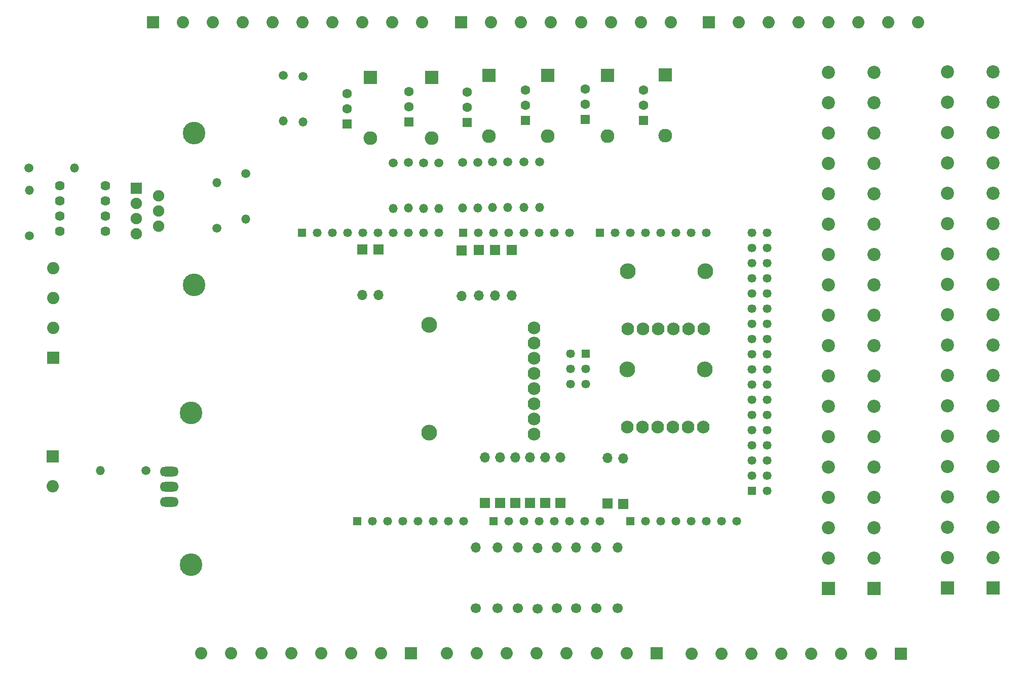
<source format=gbr>
%TF.GenerationSoftware,KiCad,Pcbnew,(5.1.6)-1*%
%TF.CreationDate,2021-02-16T12:14:24-05:00*%
%TF.ProjectId,F100_B200_Test_Bop_V2,46313030-5f42-4323-9030-5f546573745f,rev?*%
%TF.SameCoordinates,Original*%
%TF.FileFunction,Soldermask,Top*%
%TF.FilePolarity,Negative*%
%FSLAX46Y46*%
G04 Gerber Fmt 4.6, Leading zero omitted, Abs format (unit mm)*
G04 Created by KiCad (PCBNEW (5.1.6)-1) date 2021-02-16 12:14:24*
%MOMM*%
%LPD*%
G01*
G04 APERTURE LIST*
%ADD10C,3.786000*%
%ADD11C,1.500000*%
%ADD12O,1.500000X1.500000*%
%ADD13O,1.700000X1.700000*%
%ADD14R,1.700000X1.700000*%
%ADD15O,2.300000X2.300000*%
%ADD16R,2.300000X2.300000*%
%ADD17C,1.600000*%
%ADD18R,1.600000X1.600000*%
%ADD19R,2.050000X2.050000*%
%ADD20C,2.050000*%
%ADD21R,1.470000X1.470000*%
%ADD22C,1.470000*%
%ADD23R,2.200000X2.200000*%
%ADD24C,2.200000*%
%ADD25C,1.700000*%
%ADD26C,2.132000*%
%ADD27C,2.640000*%
%ADD28R,1.900000X1.900000*%
%ADD29O,1.900000X1.900000*%
%ADD30O,3.148000X1.624000*%
%ADD31C,1.624000*%
G04 APERTURE END LIST*
D10*
%TO.C,HS1*%
X85700000Y-98425000D03*
X85700000Y-73025000D03*
%TD*%
D11*
%TO.C,R23*%
X122025000Y-31125000D03*
D12*
X122025000Y-38745000D03*
%TD*%
D11*
%TO.C,R24*%
X101050000Y-16525000D03*
D12*
X101050000Y-24145000D03*
%TD*%
%TO.C,R25*%
X104400000Y-24270000D03*
D11*
X104400000Y-16650000D03*
%TD*%
D13*
%TO.C,D20*%
X117025000Y-53270000D03*
D14*
X117025000Y-45650000D03*
%TD*%
D15*
%TO.C,D17*%
X115675000Y-27035000D03*
D16*
X115675000Y-16875000D03*
%TD*%
D17*
%TO.C,Q7*%
X122050000Y-21760000D03*
X122050000Y-19220000D03*
D18*
X122050000Y-24300000D03*
%TD*%
D12*
%TO.C,R22*%
X119450000Y-38795000D03*
D11*
X119450000Y-31175000D03*
%TD*%
D18*
%TO.C,Q6*%
X111750000Y-24625000D03*
D17*
X111750000Y-19545000D03*
X111750000Y-22085000D03*
%TD*%
D14*
%TO.C,D19*%
X114325000Y-45675000D03*
D13*
X114325000Y-53295000D03*
%TD*%
D16*
%TO.C,D18*%
X125900000Y-16850000D03*
D15*
X125900000Y-27010000D03*
%TD*%
D19*
%TO.C,J1*%
X163450000Y-113225000D03*
D20*
X158450000Y-113225000D03*
X153450000Y-113225000D03*
X148450000Y-113225000D03*
X143450000Y-113225000D03*
X138450000Y-113225000D03*
X133450000Y-113225000D03*
X128450000Y-113225000D03*
%TD*%
D19*
%TO.C,J3*%
X204325000Y-113300000D03*
D20*
X199325000Y-113300000D03*
X194325000Y-113300000D03*
X189325000Y-113300000D03*
X184325000Y-113300000D03*
X179325000Y-113300000D03*
X174325000Y-113300000D03*
X169325000Y-113300000D03*
%TD*%
D21*
%TO.C,J17*%
X179425000Y-86025000D03*
D22*
X181965000Y-86025000D03*
X179425000Y-83485000D03*
X181965000Y-83485000D03*
X179425000Y-80945000D03*
X181965000Y-80945000D03*
X179425000Y-78405000D03*
X181965000Y-78405000D03*
X179425000Y-75865000D03*
X181965000Y-75865000D03*
X179425000Y-73325000D03*
X181965000Y-73325000D03*
X179425000Y-70785000D03*
X181965000Y-70785000D03*
X179425000Y-68245000D03*
X181965000Y-68245000D03*
X179425000Y-65705000D03*
X181965000Y-65705000D03*
X179425000Y-63165000D03*
X181965000Y-63165000D03*
X179425000Y-60625000D03*
X181965000Y-60625000D03*
X179425000Y-58085000D03*
X181965000Y-58085000D03*
X179425000Y-55545000D03*
X181965000Y-55545000D03*
X179425000Y-53005000D03*
X181965000Y-53005000D03*
X179425000Y-50465000D03*
X181965000Y-50465000D03*
X179425000Y-47925000D03*
X181965000Y-47925000D03*
X179425000Y-45385000D03*
X181965000Y-45385000D03*
X179425000Y-42845000D03*
X181965000Y-42845000D03*
%TD*%
D23*
%TO.C,J16*%
X192150000Y-102400000D03*
D24*
X192150000Y-97320000D03*
X192150000Y-92240000D03*
X192150000Y-87160000D03*
X192150000Y-82080000D03*
X192150000Y-77000000D03*
X192150000Y-71920000D03*
X192150000Y-66840000D03*
X192150000Y-61760000D03*
X192150000Y-56680000D03*
X192150000Y-51600000D03*
X192150000Y-46520000D03*
X192150000Y-41440000D03*
X192150000Y-36360000D03*
X192150000Y-31280000D03*
X192150000Y-26200000D03*
X192150000Y-21120000D03*
X192150000Y-16040000D03*
D23*
X199770000Y-102400000D03*
D24*
X199770000Y-97320000D03*
X199770000Y-92240000D03*
X199770000Y-87160000D03*
X199770000Y-82080000D03*
X199770000Y-77000000D03*
X199770000Y-71920000D03*
X199770000Y-66840000D03*
X199770000Y-61760000D03*
X199770000Y-56680000D03*
X199770000Y-51600000D03*
X199770000Y-46520000D03*
X199770000Y-41440000D03*
X199770000Y-36360000D03*
X199770000Y-31280000D03*
X199770000Y-26200000D03*
X199770000Y-21120000D03*
X199770000Y-16040000D03*
%TD*%
D13*
%TO.C,R3*%
X140250000Y-95540000D03*
D25*
X140250000Y-105700000D03*
%TD*%
D26*
%TO.C,U2*%
X158682000Y-58918000D03*
X161222000Y-58918000D03*
X163762000Y-58918000D03*
X166302000Y-58918000D03*
X168842000Y-58918000D03*
X171382000Y-58918000D03*
D27*
X158682000Y-49266000D03*
X171636000Y-49266000D03*
%TD*%
D20*
%TO.C,J15*%
X207200000Y-7600000D03*
X202200000Y-7600000D03*
X197200000Y-7600000D03*
X192200000Y-7600000D03*
X187200000Y-7600000D03*
X182200000Y-7600000D03*
X177200000Y-7600000D03*
D19*
X172200000Y-7600000D03*
%TD*%
%TO.C,J5*%
X130825000Y-7600000D03*
D20*
X135825000Y-7600000D03*
X140825000Y-7600000D03*
X145825000Y-7600000D03*
X150825000Y-7600000D03*
X155825000Y-7600000D03*
X160825000Y-7600000D03*
X165825000Y-7600000D03*
%TD*%
D13*
%TO.C,D1*%
X134750000Y-80480000D03*
D14*
X134750000Y-88100000D03*
%TD*%
%TO.C,D2*%
X137300000Y-88100000D03*
D13*
X137300000Y-80480000D03*
%TD*%
%TO.C,D3*%
X139850000Y-80430000D03*
D14*
X139850000Y-88050000D03*
%TD*%
%TO.C,D4*%
X142350000Y-88050000D03*
D13*
X142350000Y-80430000D03*
%TD*%
%TO.C,D5*%
X144850000Y-80430000D03*
D14*
X144850000Y-88050000D03*
%TD*%
%TO.C,D6*%
X147400000Y-88100000D03*
D13*
X147400000Y-80480000D03*
%TD*%
%TO.C,D7*%
X155250000Y-80530000D03*
D14*
X155250000Y-88150000D03*
%TD*%
%TO.C,D8*%
X157850000Y-88250000D03*
D13*
X157850000Y-80630000D03*
%TD*%
D16*
%TO.C,D14*%
X164900000Y-16425000D03*
D15*
X164900000Y-26585000D03*
%TD*%
D16*
%TO.C,D15*%
X135475000Y-16550000D03*
D15*
X135475000Y-26710000D03*
%TD*%
D10*
%TO.C,HS2*%
X86200000Y-26200000D03*
X86200000Y-51600000D03*
%TD*%
D28*
%TO.C,IC1*%
X76550000Y-35400000D03*
D29*
X80250000Y-36670000D03*
X76550000Y-37940000D03*
X80250000Y-39210000D03*
X76550000Y-40480000D03*
X80250000Y-41750000D03*
X76550000Y-43020000D03*
%TD*%
D20*
%TO.C,J2*%
X87400000Y-113175000D03*
X92400000Y-113175000D03*
X97400000Y-113175000D03*
X102400000Y-113175000D03*
X107400000Y-113175000D03*
X112400000Y-113175000D03*
X117400000Y-113175000D03*
D19*
X122400000Y-113175000D03*
%TD*%
D21*
%TO.C,J8*%
X159100000Y-91100000D03*
D22*
X161640000Y-91100000D03*
X164180000Y-91100000D03*
X166720000Y-91100000D03*
X169260000Y-91100000D03*
X171800000Y-91100000D03*
X174340000Y-91100000D03*
X176880000Y-91100000D03*
%TD*%
%TO.C,J9*%
X153980000Y-91100000D03*
X151440000Y-91100000D03*
X148900000Y-91100000D03*
X146360000Y-91100000D03*
X143820000Y-91100000D03*
X141280000Y-91100000D03*
X138740000Y-91100000D03*
D21*
X136200000Y-91100000D03*
%TD*%
%TO.C,J10*%
X113400000Y-91100000D03*
D22*
X115940000Y-91100000D03*
X118480000Y-91100000D03*
X121020000Y-91100000D03*
X123560000Y-91100000D03*
X126100000Y-91100000D03*
X128640000Y-91100000D03*
X131180000Y-91100000D03*
%TD*%
D21*
%TO.C,J11*%
X131150000Y-42850000D03*
D22*
X133690000Y-42850000D03*
X136230000Y-42850000D03*
X138770000Y-42850000D03*
X141310000Y-42850000D03*
X143850000Y-42850000D03*
X146390000Y-42850000D03*
X148930000Y-42850000D03*
%TD*%
D21*
%TO.C,J12*%
X104250000Y-42850000D03*
D22*
X106790000Y-42850000D03*
X109330000Y-42850000D03*
X111870000Y-42850000D03*
X114410000Y-42850000D03*
X116950000Y-42850000D03*
X119490000Y-42850000D03*
X122030000Y-42850000D03*
X124570000Y-42850000D03*
X127110000Y-42850000D03*
%TD*%
%TO.C,J13*%
X171780000Y-42850000D03*
X169240000Y-42850000D03*
X166700000Y-42850000D03*
X164160000Y-42850000D03*
X161620000Y-42850000D03*
X159080000Y-42850000D03*
X156540000Y-42850000D03*
D21*
X154000000Y-42850000D03*
%TD*%
D30*
%TO.C,Q1*%
X82060000Y-82835000D03*
X82060000Y-85375000D03*
X82060000Y-87915000D03*
%TD*%
D18*
%TO.C,Q2*%
X151575000Y-23925000D03*
D17*
X151575000Y-18845000D03*
X151575000Y-21385000D03*
%TD*%
%TO.C,Q3*%
X161250000Y-21485000D03*
X161250000Y-18945000D03*
D18*
X161250000Y-24025000D03*
%TD*%
D25*
%TO.C,R1*%
X133250000Y-105650000D03*
D13*
X133250000Y-95490000D03*
%TD*%
D25*
%TO.C,R2*%
X136900000Y-105650000D03*
D13*
X136900000Y-95490000D03*
%TD*%
D25*
%TO.C,R4*%
X143550000Y-105750000D03*
D13*
X143550000Y-95590000D03*
%TD*%
%TO.C,R5*%
X146800000Y-95540000D03*
D25*
X146800000Y-105700000D03*
%TD*%
%TO.C,R6*%
X150050000Y-105650000D03*
D13*
X150050000Y-95490000D03*
%TD*%
%TO.C,R7*%
X153400000Y-95490000D03*
D25*
X153400000Y-105650000D03*
%TD*%
%TO.C,R8*%
X156950000Y-105650000D03*
D13*
X156950000Y-95490000D03*
%TD*%
D11*
%TO.C,R11*%
X94800000Y-32950000D03*
D12*
X94800000Y-40570000D03*
%TD*%
%TO.C,R13*%
X70480000Y-82675000D03*
D11*
X78100000Y-82675000D03*
%TD*%
D12*
%TO.C,R15*%
X141300000Y-38620000D03*
D11*
X141300000Y-31000000D03*
%TD*%
%TO.C,R16*%
X143900000Y-31000000D03*
D12*
X143900000Y-38620000D03*
%TD*%
D11*
%TO.C,R17*%
X124550000Y-31150000D03*
D12*
X124550000Y-38770000D03*
%TD*%
%TO.C,R18*%
X127100000Y-38770000D03*
D11*
X127100000Y-31150000D03*
%TD*%
D19*
%TO.C,J14*%
X79300000Y-7600000D03*
D20*
X84300000Y-7600000D03*
X89300000Y-7600000D03*
X94300000Y-7600000D03*
X99300000Y-7600000D03*
X104300000Y-7600000D03*
X109300000Y-7600000D03*
X114300000Y-7600000D03*
X119300000Y-7600000D03*
X124300000Y-7600000D03*
%TD*%
D12*
%TO.C,R14*%
X131050000Y-38670000D03*
D11*
X131050000Y-31050000D03*
%TD*%
%TO.C,R21*%
X138625000Y-31025000D03*
D12*
X138625000Y-38645000D03*
%TD*%
D11*
%TO.C,R19*%
X133550000Y-31050000D03*
D12*
X133550000Y-38670000D03*
%TD*%
%TO.C,R20*%
X136075000Y-38645000D03*
D11*
X136075000Y-31025000D03*
%TD*%
D14*
%TO.C,D9*%
X130900000Y-45800000D03*
D13*
X130900000Y-53420000D03*
%TD*%
%TO.C,D10*%
X133750000Y-53370000D03*
D14*
X133750000Y-45750000D03*
%TD*%
%TO.C,D11*%
X136500000Y-45725000D03*
D13*
X136500000Y-53345000D03*
%TD*%
%TO.C,D12*%
X139225000Y-53345000D03*
D14*
X139225000Y-45725000D03*
%TD*%
D16*
%TO.C,D13*%
X155275000Y-16500000D03*
D15*
X155275000Y-26660000D03*
%TD*%
%TO.C,D16*%
X145300000Y-26685000D03*
D16*
X145300000Y-16525000D03*
%TD*%
D12*
%TO.C,R10*%
X58700000Y-35780000D03*
D11*
X58700000Y-43400000D03*
%TD*%
%TO.C,R12*%
X90000000Y-42050000D03*
D12*
X90000000Y-34430000D03*
%TD*%
D11*
%TO.C,R9*%
X58575000Y-32050000D03*
D12*
X66195000Y-32050000D03*
%TD*%
D24*
%TO.C,J18*%
X219670000Y-15890000D03*
X219670000Y-20970000D03*
X219670000Y-26050000D03*
X219670000Y-31130000D03*
X219670000Y-36210000D03*
X219670000Y-41290000D03*
X219670000Y-46370000D03*
X219670000Y-51450000D03*
X219670000Y-56530000D03*
X219670000Y-61610000D03*
X219670000Y-66690000D03*
X219670000Y-71770000D03*
X219670000Y-76850000D03*
X219670000Y-81930000D03*
X219670000Y-87010000D03*
X219670000Y-92090000D03*
X219670000Y-97170000D03*
D23*
X219670000Y-102250000D03*
D24*
X212050000Y-15890000D03*
X212050000Y-20970000D03*
X212050000Y-26050000D03*
X212050000Y-31130000D03*
X212050000Y-36210000D03*
X212050000Y-41290000D03*
X212050000Y-46370000D03*
X212050000Y-51450000D03*
X212050000Y-56530000D03*
X212050000Y-61610000D03*
X212050000Y-66690000D03*
X212050000Y-71770000D03*
X212050000Y-76850000D03*
X212050000Y-81930000D03*
X212050000Y-87010000D03*
X212050000Y-92090000D03*
X212050000Y-97170000D03*
D23*
X212050000Y-102250000D03*
%TD*%
D21*
%TO.C,J19*%
X151650000Y-63100000D03*
D22*
X149110000Y-63100000D03*
X151650000Y-65640000D03*
X149110000Y-65640000D03*
X151650000Y-68180000D03*
X149110000Y-68180000D03*
%TD*%
D27*
%TO.C,U3*%
X171536000Y-65716000D03*
X158582000Y-65716000D03*
D26*
X171282000Y-75368000D03*
X168742000Y-75368000D03*
X166202000Y-75368000D03*
X163662000Y-75368000D03*
X161122000Y-75368000D03*
X158582000Y-75368000D03*
%TD*%
D31*
%TO.C,U4*%
X63730000Y-42600000D03*
X63730000Y-40060000D03*
X63730000Y-37520000D03*
X63730000Y-34980000D03*
X71350000Y-34980000D03*
X71350000Y-37520000D03*
X71350000Y-40060000D03*
X71350000Y-42600000D03*
%TD*%
D19*
%TO.C,J6*%
X62550000Y-80300000D03*
D20*
X62550000Y-85300000D03*
%TD*%
D19*
%TO.C,J7*%
X62600000Y-63750000D03*
D20*
X62600000Y-58750000D03*
X62600000Y-53750000D03*
X62600000Y-48750000D03*
%TD*%
D26*
%TO.C,U6*%
X143010000Y-76520000D03*
X143010000Y-73980000D03*
X143010000Y-71440000D03*
X143010000Y-68900000D03*
X143010000Y-66360000D03*
X143010000Y-63820000D03*
D27*
X125484000Y-76266000D03*
X125484000Y-58232000D03*
D26*
X143010000Y-61280000D03*
X143010000Y-58740000D03*
%TD*%
D17*
%TO.C,Q4*%
X131850000Y-21835000D03*
X131850000Y-19295000D03*
D18*
X131850000Y-24375000D03*
%TD*%
%TO.C,Q5*%
X141550000Y-24025000D03*
D17*
X141550000Y-18945000D03*
X141550000Y-21485000D03*
%TD*%
M02*

</source>
